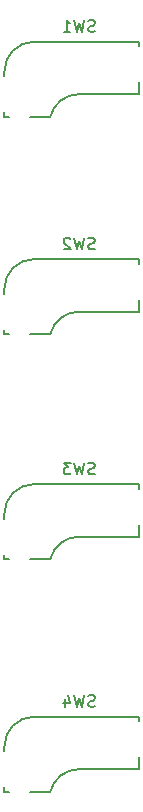
<source format=gbr>
%TF.GenerationSoftware,KiCad,Pcbnew,6.0.0-d3dd2cf0fa~116~ubuntu21.10.1*%
%TF.CreationDate,2021-12-31T19:25:48-08:00*%
%TF.ProjectId,macropad-test1,6d616372-6f70-4616-942d-74657374312e,rev?*%
%TF.SameCoordinates,Original*%
%TF.FileFunction,Legend,Bot*%
%TF.FilePolarity,Positive*%
%FSLAX46Y46*%
G04 Gerber Fmt 4.6, Leading zero omitted, Abs format (unit mm)*
G04 Created by KiCad (PCBNEW 6.0.0-d3dd2cf0fa~116~ubuntu21.10.1) date 2021-12-31 19:25:48*
%MOMM*%
%LPD*%
G01*
G04 APERTURE LIST*
%ADD10C,0.150000*%
G04 APERTURE END LIST*
D10*
%TO.C,SW1*%
X46333333Y-35149761D02*
X46190476Y-35197380D01*
X45952380Y-35197380D01*
X45857142Y-35149761D01*
X45809523Y-35102142D01*
X45761904Y-35006904D01*
X45761904Y-34911666D01*
X45809523Y-34816428D01*
X45857142Y-34768809D01*
X45952380Y-34721190D01*
X46142857Y-34673571D01*
X46238095Y-34625952D01*
X46285714Y-34578333D01*
X46333333Y-34483095D01*
X46333333Y-34387857D01*
X46285714Y-34292619D01*
X46238095Y-34245000D01*
X46142857Y-34197380D01*
X45904761Y-34197380D01*
X45761904Y-34245000D01*
X45428571Y-34197380D02*
X45190476Y-35197380D01*
X45000000Y-34483095D01*
X44809523Y-35197380D01*
X44571428Y-34197380D01*
X43666666Y-35197380D02*
X44238095Y-35197380D01*
X43952380Y-35197380D02*
X43952380Y-34197380D01*
X44047619Y-34340238D01*
X44142857Y-34435476D01*
X44238095Y-34483095D01*
%TO.C,SW2*%
X46333333Y-53564761D02*
X46190476Y-53612380D01*
X45952380Y-53612380D01*
X45857142Y-53564761D01*
X45809523Y-53517142D01*
X45761904Y-53421904D01*
X45761904Y-53326666D01*
X45809523Y-53231428D01*
X45857142Y-53183809D01*
X45952380Y-53136190D01*
X46142857Y-53088571D01*
X46238095Y-53040952D01*
X46285714Y-52993333D01*
X46333333Y-52898095D01*
X46333333Y-52802857D01*
X46285714Y-52707619D01*
X46238095Y-52660000D01*
X46142857Y-52612380D01*
X45904761Y-52612380D01*
X45761904Y-52660000D01*
X45428571Y-52612380D02*
X45190476Y-53612380D01*
X45000000Y-52898095D01*
X44809523Y-53612380D01*
X44571428Y-52612380D01*
X44238095Y-52707619D02*
X44190476Y-52660000D01*
X44095238Y-52612380D01*
X43857142Y-52612380D01*
X43761904Y-52660000D01*
X43714285Y-52707619D01*
X43666666Y-52802857D01*
X43666666Y-52898095D01*
X43714285Y-53040952D01*
X44285714Y-53612380D01*
X43666666Y-53612380D01*
%TO.C,SW3*%
X46333333Y-72614761D02*
X46190476Y-72662380D01*
X45952380Y-72662380D01*
X45857142Y-72614761D01*
X45809523Y-72567142D01*
X45761904Y-72471904D01*
X45761904Y-72376666D01*
X45809523Y-72281428D01*
X45857142Y-72233809D01*
X45952380Y-72186190D01*
X46142857Y-72138571D01*
X46238095Y-72090952D01*
X46285714Y-72043333D01*
X46333333Y-71948095D01*
X46333333Y-71852857D01*
X46285714Y-71757619D01*
X46238095Y-71710000D01*
X46142857Y-71662380D01*
X45904761Y-71662380D01*
X45761904Y-71710000D01*
X45428571Y-71662380D02*
X45190476Y-72662380D01*
X45000000Y-71948095D01*
X44809523Y-72662380D01*
X44571428Y-71662380D01*
X44285714Y-71662380D02*
X43666666Y-71662380D01*
X44000000Y-72043333D01*
X43857142Y-72043333D01*
X43761904Y-72090952D01*
X43714285Y-72138571D01*
X43666666Y-72233809D01*
X43666666Y-72471904D01*
X43714285Y-72567142D01*
X43761904Y-72614761D01*
X43857142Y-72662380D01*
X44142857Y-72662380D01*
X44238095Y-72614761D01*
X44285714Y-72567142D01*
%TO.C,SW4*%
X46333333Y-92299761D02*
X46190476Y-92347380D01*
X45952380Y-92347380D01*
X45857142Y-92299761D01*
X45809523Y-92252142D01*
X45761904Y-92156904D01*
X45761904Y-92061666D01*
X45809523Y-91966428D01*
X45857142Y-91918809D01*
X45952380Y-91871190D01*
X46142857Y-91823571D01*
X46238095Y-91775952D01*
X46285714Y-91728333D01*
X46333333Y-91633095D01*
X46333333Y-91537857D01*
X46285714Y-91442619D01*
X46238095Y-91395000D01*
X46142857Y-91347380D01*
X45904761Y-91347380D01*
X45761904Y-91395000D01*
X45428571Y-91347380D02*
X45190476Y-92347380D01*
X45000000Y-91633095D01*
X44809523Y-92347380D01*
X44571428Y-91347380D01*
X43761904Y-91680714D02*
X43761904Y-92347380D01*
X44000000Y-91299761D02*
X44238095Y-92014047D01*
X43619047Y-92014047D01*
%TO.C,SW1*%
X38650000Y-38555000D02*
X38650000Y-38936000D01*
X42535838Y-42365000D02*
X40809000Y-42365000D01*
X38650000Y-41984000D02*
X38650000Y-42365000D01*
X39031000Y-42365000D02*
X38650000Y-42365000D01*
X50080000Y-40460000D02*
X45000000Y-40460000D01*
X50080000Y-36015000D02*
X50080000Y-36396000D01*
X41190000Y-36015000D02*
X50080000Y-36015000D01*
X50080000Y-39444000D02*
X50080000Y-40460000D01*
X45000000Y-40459999D02*
G75*
G03*
X42535838Y-42383960I0J-2540000D01*
G01*
X41190000Y-36015000D02*
G75*
G03*
X38650000Y-38555000I1J-2540001D01*
G01*
%TO.C,SW2*%
X38650000Y-60399000D02*
X38650000Y-60780000D01*
X38650000Y-56970000D02*
X38650000Y-57351000D01*
X50080000Y-57859000D02*
X50080000Y-58875000D01*
X39031000Y-60780000D02*
X38650000Y-60780000D01*
X50080000Y-54430000D02*
X50080000Y-54811000D01*
X41190000Y-54430000D02*
X50080000Y-54430000D01*
X42535838Y-60780000D02*
X40809000Y-60780000D01*
X50080000Y-58875000D02*
X45000000Y-58875000D01*
X41190000Y-54430000D02*
G75*
G03*
X38650000Y-56970000I1J-2540001D01*
G01*
X45000000Y-58874999D02*
G75*
G03*
X42535838Y-60798960I0J-2540000D01*
G01*
%TO.C,SW3*%
X50080000Y-77925000D02*
X45000000Y-77925000D01*
X50080000Y-76909000D02*
X50080000Y-77925000D01*
X50080000Y-73480000D02*
X50080000Y-73861000D01*
X38650000Y-76020000D02*
X38650000Y-76401000D01*
X41190000Y-73480000D02*
X50080000Y-73480000D01*
X42535838Y-79830000D02*
X40809000Y-79830000D01*
X39031000Y-79830000D02*
X38650000Y-79830000D01*
X38650000Y-79449000D02*
X38650000Y-79830000D01*
X41190000Y-73480000D02*
G75*
G03*
X38650000Y-76020000I1J-2540001D01*
G01*
X45000000Y-77924999D02*
G75*
G03*
X42535838Y-79848960I0J-2540000D01*
G01*
%TO.C,SW4*%
X42535838Y-99515000D02*
X40809000Y-99515000D01*
X38650000Y-95705000D02*
X38650000Y-96086000D01*
X50080000Y-93165000D02*
X50080000Y-93546000D01*
X38650000Y-99134000D02*
X38650000Y-99515000D01*
X41190000Y-93165000D02*
X50080000Y-93165000D01*
X39031000Y-99515000D02*
X38650000Y-99515000D01*
X50080000Y-97610000D02*
X45000000Y-97610000D01*
X50080000Y-96594000D02*
X50080000Y-97610000D01*
X45000000Y-97609999D02*
G75*
G03*
X42535838Y-99533960I0J-2540000D01*
G01*
X41190000Y-93165000D02*
G75*
G03*
X38650000Y-95705000I1J-2540001D01*
G01*
%TD*%
M02*

</source>
